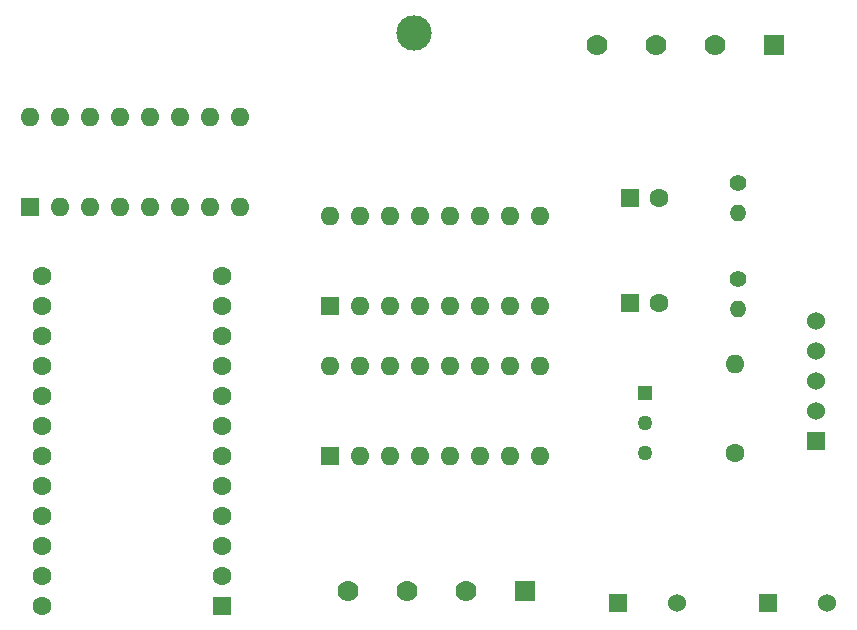
<source format=gbr>
%TF.GenerationSoftware,KiCad,Pcbnew,(5.1.9)-1*%
%TF.CreationDate,2021-04-29T20:48:40-07:00*%
%TF.ProjectId,bbot-pcb,62626f74-2d70-4636-922e-6b696361645f,rev?*%
%TF.SameCoordinates,Original*%
%TF.FileFunction,Soldermask,Bot*%
%TF.FilePolarity,Negative*%
%FSLAX46Y46*%
G04 Gerber Fmt 4.6, Leading zero omitted, Abs format (unit mm)*
G04 Created by KiCad (PCBNEW (5.1.9)-1) date 2021-04-29 20:48:40*
%MOMM*%
%LPD*%
G01*
G04 APERTURE LIST*
%ADD10C,3.000000*%
%ADD11C,1.600000*%
%ADD12R,1.600000X1.600000*%
%ADD13R,1.524000X1.524000*%
%ADD14C,1.524000*%
%ADD15O,1.600000X1.600000*%
%ADD16R,1.270000X1.270000*%
%ADD17C,1.270000*%
%ADD18O,1.400000X1.400000*%
%ADD19C,1.400000*%
%ADD20R,1.778000X1.778000*%
%ADD21C,1.778000*%
G04 APERTURE END LIST*
D10*
%TO.C,REF\u002A\u002A*%
X202692000Y-36576000D03*
%TD*%
D11*
%TO.C,U4*%
X171196000Y-85090000D03*
X171196000Y-82550000D03*
X171196000Y-80010000D03*
X171196000Y-77470000D03*
X171196000Y-74930000D03*
X171196000Y-72390000D03*
X171196000Y-69850000D03*
X171196000Y-67310000D03*
X171196000Y-64770000D03*
X171196000Y-62230000D03*
X171196000Y-59690000D03*
X171196000Y-57150000D03*
X186436000Y-57150000D03*
X186436000Y-59690000D03*
X186436000Y-62230000D03*
X186436000Y-64770000D03*
X186436000Y-67310000D03*
X186436000Y-69850000D03*
X186436000Y-72390000D03*
X186436000Y-74930000D03*
X186436000Y-77470000D03*
X186436000Y-80010000D03*
X186436000Y-82550000D03*
D12*
X186436000Y-85090000D03*
%TD*%
D13*
%TO.C,BatteryPack1*%
X220004000Y-84836000D03*
D14*
X225004000Y-84836000D03*
%TD*%
D15*
%TO.C,C2*%
X229870000Y-64636000D03*
D11*
X229870000Y-72136000D03*
%TD*%
D12*
%TO.C,C4*%
X220980000Y-50546000D03*
D11*
X223480000Y-50546000D03*
%TD*%
%TO.C,C5*%
X223480000Y-59436000D03*
D12*
X220980000Y-59436000D03*
%TD*%
D16*
%TO.C,MOSFET1*%
X222250000Y-67056000D03*
D17*
X222250000Y-69596000D03*
X222250000Y-72136000D03*
%TD*%
D12*
%TO.C,MOTOR1_L293D1*%
X195580000Y-59690000D03*
D15*
X213360000Y-52070000D03*
X198120000Y-59690000D03*
X210820000Y-52070000D03*
X200660000Y-59690000D03*
X208280000Y-52070000D03*
X203200000Y-59690000D03*
X205740000Y-52070000D03*
X205740000Y-59690000D03*
X203200000Y-52070000D03*
X208280000Y-59690000D03*
X200660000Y-52070000D03*
X210820000Y-59690000D03*
X198120000Y-52070000D03*
X213360000Y-59690000D03*
X195580000Y-52070000D03*
%TD*%
%TO.C,MOTOR2_L293D1*%
X195580000Y-64770000D03*
X213360000Y-72390000D03*
X198120000Y-64770000D03*
X210820000Y-72390000D03*
X200660000Y-64770000D03*
X208280000Y-72390000D03*
X203200000Y-64770000D03*
X205740000Y-72390000D03*
X205740000Y-64770000D03*
X203200000Y-72390000D03*
X208280000Y-64770000D03*
X200660000Y-72390000D03*
X210820000Y-64770000D03*
X198120000Y-72390000D03*
X213360000Y-64770000D03*
D12*
X195580000Y-72390000D03*
%TD*%
D14*
%TO.C,PowerSwitch1*%
X237704000Y-84836000D03*
D13*
X232704000Y-84836000D03*
%TD*%
D18*
%TO.C,R1*%
X230124000Y-59944000D03*
D19*
X230124000Y-57404000D03*
%TD*%
%TO.C,R2*%
X230124000Y-49276000D03*
D18*
X230124000Y-51816000D03*
%TD*%
D12*
%TO.C,SHIFT_REGISTER1*%
X170180000Y-51308000D03*
D15*
X187960000Y-43688000D03*
X172720000Y-51308000D03*
X185420000Y-43688000D03*
X175260000Y-51308000D03*
X182880000Y-43688000D03*
X177800000Y-51308000D03*
X180340000Y-43688000D03*
X180340000Y-51308000D03*
X177800000Y-43688000D03*
X182880000Y-51308000D03*
X175260000Y-43688000D03*
X185420000Y-51308000D03*
X172720000Y-43688000D03*
X187960000Y-51308000D03*
X170180000Y-43688000D03*
%TD*%
D20*
%TO.C,U1*%
X212090000Y-83820000D03*
D21*
X207090000Y-83820000D03*
X202090000Y-83820000D03*
X197090000Y-83820000D03*
%TD*%
D13*
%TO.C,U2*%
X236728000Y-71120000D03*
D14*
X236728000Y-68580000D03*
X236728000Y-66040000D03*
X236728000Y-63500000D03*
X236728000Y-60960000D03*
%TD*%
D21*
%TO.C,U3*%
X218172000Y-37592000D03*
X223172000Y-37592000D03*
X228172000Y-37592000D03*
D20*
X233172000Y-37592000D03*
%TD*%
M02*

</source>
